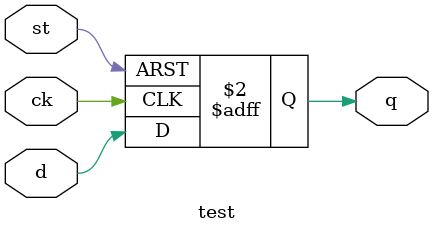
<source format=v>
module test (q, d, ck, st);
  input d, ck, st;
  output q;
  reg q;
  always @ (posedge ck or posedge st) begin
    if (st)
      q <= 1;
    else
      q <= d;
  end
endmodule

</source>
